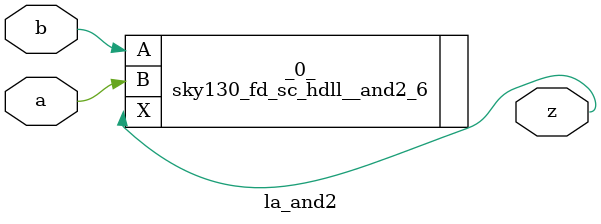
<source format=v>

/* Generated by Yosys 0.44 (git sha1 80ba43d26, g++ 11.4.0-1ubuntu1~22.04 -fPIC -O3) */

(* top =  1  *)
(* src = "inputs/la_and2.v:10.1-20.10" *)
module la_and2 (
    a,
    b,
    z
);
  (* src = "inputs/la_and2.v:13.12-13.13" *)
  input a;
  wire a;
  (* src = "inputs/la_and2.v:14.12-14.13" *)
  input b;
  wire b;
  (* src = "inputs/la_and2.v:15.12-15.13" *)
  output z;
  wire z;
  sky130_fd_sc_hdll__and2_6 _0_ (
      .A(b),
      .B(a),
      .X(z)
  );
endmodule

</source>
